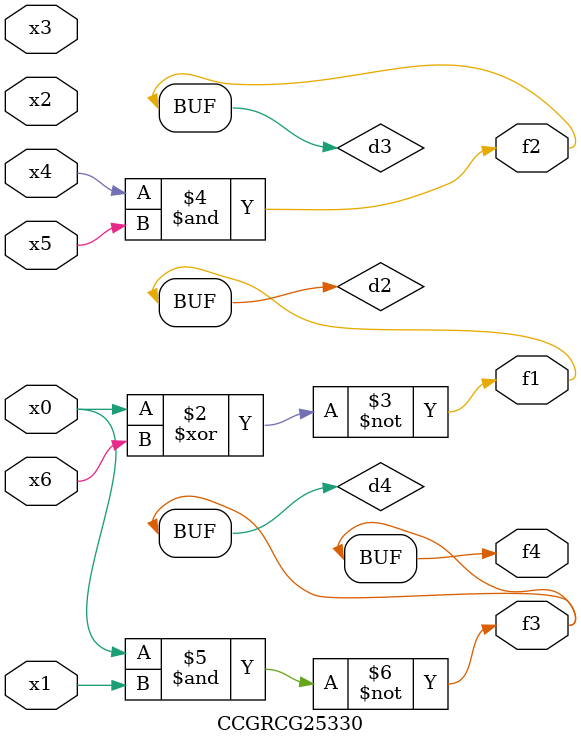
<source format=v>
module CCGRCG25330(
	input x0, x1, x2, x3, x4, x5, x6,
	output f1, f2, f3, f4
);

	wire d1, d2, d3, d4;

	nor (d1, x0);
	xnor (d2, x0, x6);
	and (d3, x4, x5);
	nand (d4, x0, x1);
	assign f1 = d2;
	assign f2 = d3;
	assign f3 = d4;
	assign f4 = d4;
endmodule

</source>
